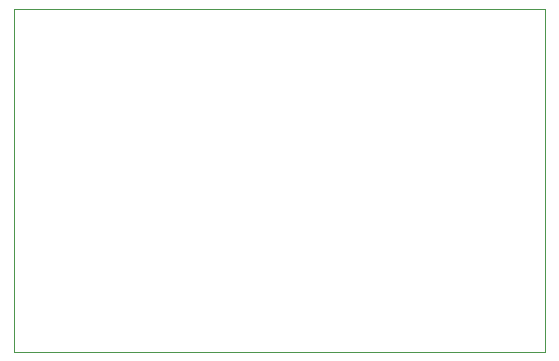
<source format=gbr>
%TF.GenerationSoftware,KiCad,Pcbnew,9.0.5*%
%TF.CreationDate,2026-01-24T21:08:04+00:00*%
%TF.ProjectId,zx_spectrum_composite_mod,7a785f73-7065-4637-9472-756d5f636f6d,1.0*%
%TF.SameCoordinates,Original*%
%TF.FileFunction,Profile,NP*%
%FSLAX46Y46*%
G04 Gerber Fmt 4.6, Leading zero omitted, Abs format (unit mm)*
G04 Created by KiCad (PCBNEW 9.0.5) date 2026-01-24 21:08:04*
%MOMM*%
%LPD*%
G01*
G04 APERTURE LIST*
%TA.AperFunction,Profile*%
%ADD10C,0.100000*%
%TD*%
G04 APERTURE END LIST*
D10*
X59000000Y-36000000D02*
X104000000Y-36000000D01*
X104000000Y-65000000D01*
X59000000Y-65000000D01*
X59000000Y-36000000D01*
M02*

</source>
